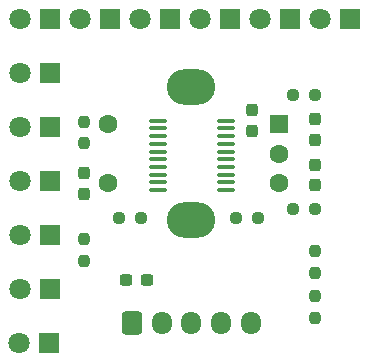
<source format=gbr>
%TF.GenerationSoftware,KiCad,Pcbnew,8.0.1+1*%
%TF.CreationDate,2024-05-08T14:56:33-06:00*%
%TF.ProjectId,encoder-to-i2c-tssop20.kicad_pro,656e636f-6465-4722-9d74-6f2d6932632d,rev?*%
%TF.SameCoordinates,Original*%
%TF.FileFunction,Soldermask,Top*%
%TF.FilePolarity,Negative*%
%FSLAX46Y46*%
G04 Gerber Fmt 4.6, Leading zero omitted, Abs format (unit mm)*
G04 Created by KiCad (PCBNEW 8.0.1+1) date 2024-05-08 14:56:33*
%MOMM*%
%LPD*%
G01*
G04 APERTURE LIST*
G04 Aperture macros list*
%AMRoundRect*
0 Rectangle with rounded corners*
0 $1 Rounding radius*
0 $2 $3 $4 $5 $6 $7 $8 $9 X,Y pos of 4 corners*
0 Add a 4 corners polygon primitive as box body*
4,1,4,$2,$3,$4,$5,$6,$7,$8,$9,$2,$3,0*
0 Add four circle primitives for the rounded corners*
1,1,$1+$1,$2,$3*
1,1,$1+$1,$4,$5*
1,1,$1+$1,$6,$7*
1,1,$1+$1,$8,$9*
0 Add four rect primitives between the rounded corners*
20,1,$1+$1,$2,$3,$4,$5,0*
20,1,$1+$1,$4,$5,$6,$7,0*
20,1,$1+$1,$6,$7,$8,$9,0*
20,1,$1+$1,$8,$9,$2,$3,0*%
G04 Aperture macros list end*
%ADD10RoundRect,0.237500X-0.250000X-0.237500X0.250000X-0.237500X0.250000X0.237500X-0.250000X0.237500X0*%
%ADD11RoundRect,0.237500X0.237500X-0.250000X0.237500X0.250000X-0.237500X0.250000X-0.237500X-0.250000X0*%
%ADD12RoundRect,0.237500X-0.237500X0.300000X-0.237500X-0.300000X0.237500X-0.300000X0.237500X0.300000X0*%
%ADD13RoundRect,0.237500X0.250000X0.237500X-0.250000X0.237500X-0.250000X-0.237500X0.250000X-0.237500X0*%
%ADD14RoundRect,0.237500X-0.237500X0.250000X-0.237500X-0.250000X0.237500X-0.250000X0.237500X0.250000X0*%
%ADD15RoundRect,0.237500X-0.300000X-0.237500X0.300000X-0.237500X0.300000X0.237500X-0.300000X0.237500X0*%
%ADD16RoundRect,0.250000X-0.600000X-0.725000X0.600000X-0.725000X0.600000X0.725000X-0.600000X0.725000X0*%
%ADD17O,1.700000X1.950000*%
%ADD18RoundRect,0.100000X0.637500X0.100000X-0.637500X0.100000X-0.637500X-0.100000X0.637500X-0.100000X0*%
%ADD19RoundRect,0.237500X0.237500X-0.300000X0.237500X0.300000X-0.237500X0.300000X-0.237500X-0.300000X0*%
%ADD20R,1.800000X1.800000*%
%ADD21C,1.800000*%
%ADD22RoundRect,0.250000X0.550000X0.550000X-0.550000X0.550000X-0.550000X-0.550000X0.550000X-0.550000X0*%
%ADD23C,1.600000*%
%ADD24O,4.100000X3.000000*%
G04 APERTURE END LIST*
D10*
%TO.C,R5*%
X55447500Y-45870000D03*
X57272500Y-45870000D03*
%TD*%
D11*
%TO.C,R1*%
X37714500Y-59887000D03*
X37714500Y-58062000D03*
%TD*%
D12*
%TO.C,C2*%
X37714500Y-52474000D03*
X37714500Y-54199000D03*
%TD*%
D11*
%TO.C,R3*%
X57272500Y-60903000D03*
X57272500Y-59078000D03*
%TD*%
D13*
%TO.C,R8*%
X52446500Y-56284000D03*
X50621500Y-56284000D03*
%TD*%
D14*
%TO.C,R2*%
X57272500Y-62888000D03*
X57272500Y-64713000D03*
%TD*%
D10*
%TO.C,R4*%
X55447500Y-55522000D03*
X57272500Y-55522000D03*
%TD*%
D15*
%TO.C,C5*%
X41301500Y-61468000D03*
X43026500Y-61468000D03*
%TD*%
D10*
%TO.C,R7*%
X40715500Y-56284000D03*
X42540500Y-56284000D03*
%TD*%
D12*
%TO.C,C1*%
X51938500Y-47140000D03*
X51938500Y-48865000D03*
%TD*%
D16*
%TO.C,J1*%
X41811500Y-65174000D03*
D17*
X44311500Y-65174000D03*
X46811500Y-65174000D03*
X49311500Y-65174000D03*
X51811500Y-65174000D03*
%TD*%
D18*
%TO.C,U2*%
X49721000Y-53875000D03*
X49721000Y-53225000D03*
X49721000Y-52575000D03*
X49721000Y-51925000D03*
X49721000Y-51275000D03*
X49721000Y-50625000D03*
X49721000Y-49975000D03*
X49721000Y-49325000D03*
X49721000Y-48675000D03*
X49721000Y-48025000D03*
X43996000Y-48025000D03*
X43996000Y-48675000D03*
X43996000Y-49325000D03*
X43996000Y-49975000D03*
X43996000Y-50625000D03*
X43996000Y-51275000D03*
X43996000Y-51925000D03*
X43996000Y-52575000D03*
X43996000Y-53225000D03*
X43996000Y-53875000D03*
%TD*%
D19*
%TO.C,C3*%
X57272500Y-53490000D03*
X57272500Y-51765000D03*
%TD*%
D12*
%TO.C,C4*%
X57272500Y-47902000D03*
X57272500Y-49627000D03*
%TD*%
D14*
%TO.C,R6*%
X37714500Y-48109000D03*
X37714500Y-49934000D03*
%TD*%
D20*
%TO.C,D2*%
X55123000Y-39370000D03*
D21*
X52583000Y-39370000D03*
%TD*%
D20*
%TO.C,D1*%
X60198000Y-39370000D03*
D21*
X57658000Y-39370000D03*
%TD*%
D22*
%TO.C,SW1*%
X54240000Y-48300000D03*
D23*
X54240000Y-53300000D03*
X54240000Y-50800000D03*
X39740000Y-48300000D03*
X39740000Y-53300000D03*
D24*
X46740000Y-56400000D03*
X46740000Y-45200000D03*
%TD*%
D20*
%TO.C,D10*%
X34798000Y-57658000D03*
D21*
X32258000Y-57658000D03*
%TD*%
D20*
%TO.C,D4*%
X44958000Y-39370000D03*
D21*
X42418000Y-39370000D03*
%TD*%
D20*
%TO.C,D9*%
X34798000Y-53086000D03*
D21*
X32258000Y-53086000D03*
%TD*%
D20*
%TO.C,D3*%
X50038000Y-39370000D03*
D21*
X47498000Y-39370000D03*
%TD*%
D20*
%TO.C,D5*%
X39878000Y-39370000D03*
D21*
X37338000Y-39370000D03*
%TD*%
D20*
%TO.C,D8*%
X34798000Y-48514000D03*
D21*
X32258000Y-48514000D03*
%TD*%
D20*
%TO.C,D7*%
X34798000Y-43942000D03*
D21*
X32258000Y-43942000D03*
%TD*%
D20*
%TO.C,D11*%
X34798000Y-62230000D03*
D21*
X32258000Y-62230000D03*
%TD*%
D20*
%TO.C,D6*%
X34798000Y-39370000D03*
D21*
X32258000Y-39370000D03*
%TD*%
D20*
%TO.C,D12*%
X34786100Y-66814000D03*
D21*
X32246100Y-66814000D03*
%TD*%
M02*

</source>
